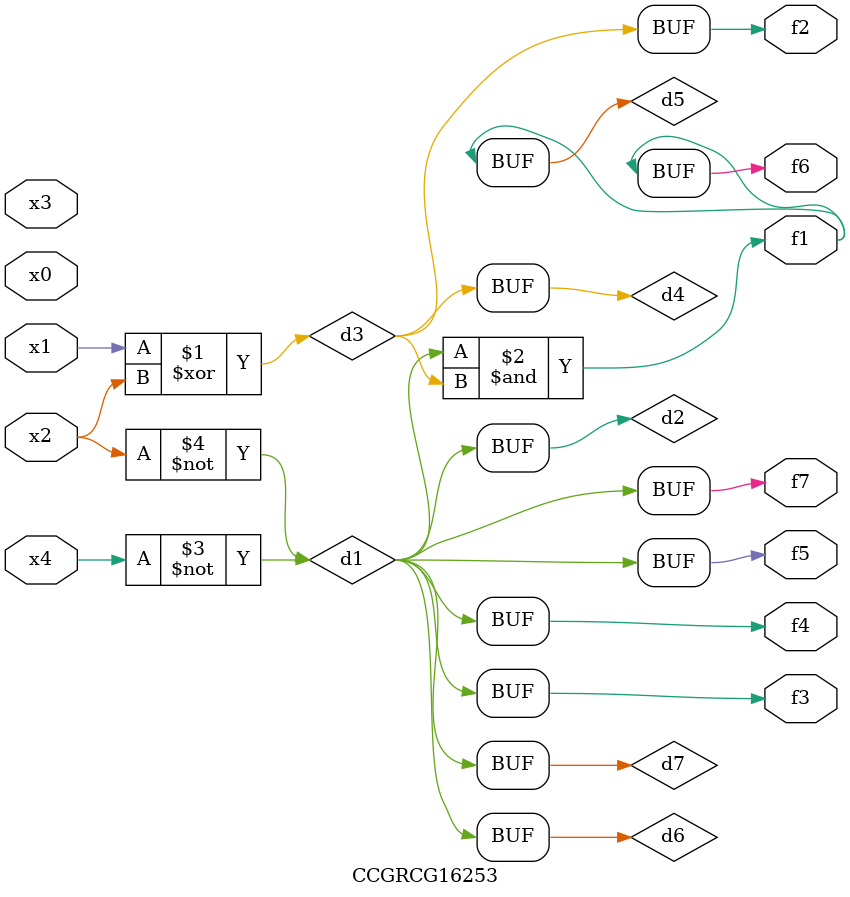
<source format=v>
module CCGRCG16253(
	input x0, x1, x2, x3, x4,
	output f1, f2, f3, f4, f5, f6, f7
);

	wire d1, d2, d3, d4, d5, d6, d7;

	not (d1, x4);
	not (d2, x2);
	xor (d3, x1, x2);
	buf (d4, d3);
	and (d5, d1, d3);
	buf (d6, d1, d2);
	buf (d7, d2);
	assign f1 = d5;
	assign f2 = d4;
	assign f3 = d7;
	assign f4 = d7;
	assign f5 = d7;
	assign f6 = d5;
	assign f7 = d7;
endmodule

</source>
